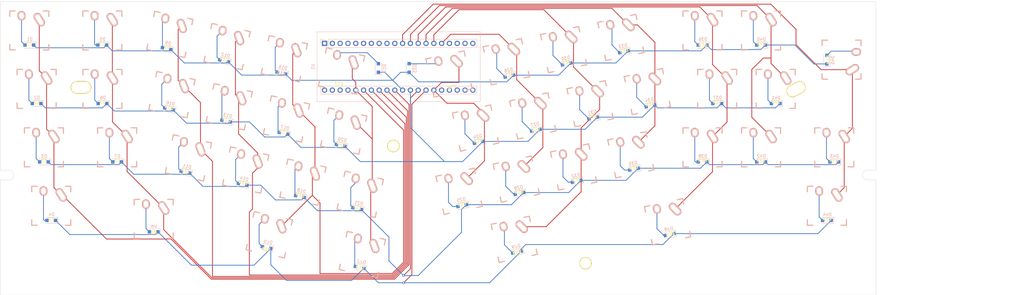
<source format=kicad_pcb>
(kicad_pcb (version 20211014) (generator pcbnew)
  (layers (0 "F.Cu" signal) (31 "B.Cu" signal) (34 "B.Paste" user) (35 "F.Paste" user) (36 "B.SilkS" user "B.Silkscreen") (37 "F.SilkS" user "F.Silkscreen") (38 "B.Mask" user) (39 "F.Mask" user) (44 "Edge.Cuts" user))
  (net 0 "")
  (net 1 "/col 0")
  (net 2 "/col 1")
  (net 3 "/col 2")
  (net 4 "/col 3")
  (net 5 "/col 4")
  (net 6 "/col 5")
  (net 7 "/col 6")
  (net 8 "/col 7")
  (net 9 "/col 8")
  (net 10 "/col 9")
  (net 11 "/col 10")
  (net 12 "/col 11")
  (net 13 "/row 0")
  (net 14 "/row 1")
  (net 15 "/row 2")
  (net 16 "/row 3")
  (net 17 "Net-(D1-Pad2)")
  (net 18 "Net-(D2-Pad2)")
  (net 19 "Net-(D3-Pad2)")
  (net 20 "Net-(D4-Pad2)")
  (net 21 "Net-(D5-Pad2)")
  (net 22 "Net-(D6-Pad2)")
  (net 23 "Net-(D7-Pad2)")
  (net 24 "Net-(D8-Pad2)")
  (net 25 "Net-(D9-Pad2)")
  (net 26 "Net-(D10-Pad2)")
  (net 27 "Net-(D11-Pad2)")
  (net 28 "Net-(D12-Pad2)")
  (net 29 "Net-(D13-Pad2)")
  (net 30 "Net-(D14-Pad2)")
  (net 31 "Net-(D15-Pad2)")
  (net 32 "Net-(D16-Pad2)")
  (net 33 "Net-(D17-Pad2)")
  (net 34 "Net-(D18-Pad2)")
  (net 35 "Net-(D19-Pad2)")
  (net 36 "Net-(D20-Pad2)")
  (net 37 "Net-(D21-Pad2)")
  (net 38 "Net-(D22-Pad2)")
  (net 39 "Net-(D23-Pad2)")
  (net 40 "Net-(D24-Pad2)")
  (net 41 "Net-(D25-Pad2)")
  (net 42 "Net-(D26-Pad2)")
  (net 43 "Net-(D27-Pad2)")
  (net 44 "Net-(D28-Pad2)")
  (net 45 "Net-(D29-Pad2)")
  (net 46 "Net-(D30-Pad2)")
  (net 47 "Net-(D31-Pad2)")
  (net 48 "Net-(D32-Pad2)")
  (net 49 "Net-(D33-Pad2)")
  (net 50 "Net-(D34-Pad2)")
  (net 51 "Net-(D35-Pad2)")
  (net 52 "Net-(D36-Pad2)")
  (net 53 "Net-(D37-Pad2)")
  (net 54 "Net-(D38-Pad2)")
  (net 55 "Net-(D39-Pad2)")
  (net 56 "Net-(D40-Pad2)")
  (net 57 "Net-(D41-Pad2)")
  (net 58 "Net-(D42-Pad2)")
  (net 59 "Net-(D43-Pad2)")
  (net 60 "Net-(D44-Pad2)")
  (net 61 "Net-(D45-Pad2)")
  (net 62 "/col 12")
  (footprint "Hasu's footprints:HOLE_M3" (layer "F.Cu") (at 225.91 103.12)
    (fp_text reference "HOLE_M3" hide)
    (fp_text value "VAL**" hide)
  )
  (footprint "Hasu's footprints:HOLE_M3" (layer "F.Cu") (at 61.71 45.82 90)
    (fp_text reference "HOLE_M3" hide)
    (fp_text value "VAL**" hide)
  )
  (footprint "Hasu's footprints:HOLE_M3" (layer "F.Cu") (at 294.40902 46.401931 -62)
    (fp_text reference "HOLE_M3" hide)
    (fp_text value "VAL**" hide)
  )
  (footprint "Hasu's footprints:HOLE_M3" (layer "F.Cu") (at 163.4 64.92)
    (fp_text reference "HOLE_M3" hide)
    (fp_text value "VAL**" hide)
  )
  (footprint "keebs-pretty:Mx_Alps_100" (layer "B.Cu") (at 115.307776 72.758575 168)
    (fp_text reference "K14")
    (fp_text value "KEYSW" hide)
  )
  (footprint "Diode_SMD:D_SOD-123F" (layer "B.Cu") (at 228.366969 55.812753 -168)
    (fp_text reference "D31")
    (fp_text value "D")
  )
  (footprint "keebs-pretty:Mx_Alps_100" (layer "B.Cu") (at 246.010501 47.193607 -168)
    (fp_text reference "K34")
    (fp_text value "KEYSW" hide)
  )
  (footprint "keebs-pretty:Mx_Alps_100" (layer "B.Cu") (at 109.951638 52.144503 168)
    (fp_text reference "K13")
    (fp_text value "KEYSW" hide)
  )
  (footprint "Diode_SMD:D_SOD-123F" (layer "B.Cu") (at 287.77875 51.07 180)
    (fp_text reference "D41")
    (fp_text value "D")
  )
  (footprint "keebs-pretty:Mx_Alps_100" (layer "B.Cu") (at 133.941488 76.719293 168)
    (fp_text reference "K18")
    (fp_text value "KEYSW" hide)
  )
  (footprint "keebs-pretty:Mx_Alps_100" (layer "B.Cu") (at 227.37679 51.154326 -168)
    (fp_text reference "K31")
    (fp_text value "KEYSW" hide)
  )
  (footprint "Diode_SMD:D_SOD-123F" (layer "B.Cu") (at 283.01625 32.02 180)
    (fp_text reference "D40")
    (fp_text value "D")
  )
  (footprint "keebs-pretty:Mx_Alps_100" (layer "B.Cu") (at 190.109366 59.07576 -168)
    (fp_text reference "K24")
    (fp_text value "KEYSW" hide)
  )
  (footprint "Diode_SMD:D_SOD-123F" (layer "B.Cu") (at 90.327747 52.842215 168)
    (fp_text reference "D10")
    (fp_text value "D")
  )
  (footprint "Diode_SMD:D_SOD-123F" (layer "B.Cu") (at 52.035 89.17 180)
    (fp_text reference "D4")
    (fp_text value "D")
  )
  (footprint "keebs-pretty:Mx_Alps_100" (layer "B.Cu") (at 128.58535 56.105223 168)
    (fp_text reference "K17")
    (fp_text value "KEYSW" hide)
  )
  (footprint "keebs-pretty:Mx_Alps_100" (layer "B.Cu") (at 184.753228 79.689831 -168)
    (fp_text reference "K25")
    (fp_text value "KEYSW" hide)
  )
  (footprint "keebs-pretty:Mx_Alps_100" (layer "B.Cu") (at 200.123932 37.47151 -168)
    (fp_text reference "K26")
    (fp_text value "KEYSW" hide)
  )
  (footprint "Diode_SMD:D_SOD-123F" (layer "B.Cu") (at 85.3725 92.905505 180)
    (fp_text reference "D8")
    (fp_text value "D")
  )
  (footprint "keebs-pretty:Mx_Alps_100" (layer "B.Cu") (at 268.72875 46.3075 180)
    (fp_text reference "K37")
    (fp_text value "KEYSW" hide)
  )
  (footprint "Diode_SMD:D_SOD-123F" (layer "B.Cu") (at 283.01625 70.12 180)
    (fp_text reference "D42")
    (fp_text value "D")
  )
  (footprint "keebs-pretty:Mx_Alps_100" (layer "B.Cu") (at 153.272911 100.303901 168)
    (fp_text reference "K22")
    (fp_text value "KEYSW" hide)
  )
  (footprint "keebs-pretty:Mx_Alps_100" (layer "B.Cu") (at 152.5752 80.680011 168)
    (fp_text reference "K21")
    (fp_text value "KEYSW" hide)
  )
  (footprint "Diode_SMD:D_SOD-123F" (layer "B.Cu") (at 126.89746 41.139759 168)
    (fp_text reference "D16")
    (fp_text value "D")
  )
  (footprint "keebs-pretty:Mx_Alps_125" (layer "B.Cu") (at 47.2725 46.3075 180)
    (fp_text reference "K2")
    (fp_text value "KEYSW" hide)
  )
  (footprint "Diode_SMD:D_SOD-123F" (layer "B.Cu") (at 127.595171 60.76365 168)
    (fp_text reference "D17")
    (fp_text value "D")
  )
  (footprint "Diode_SMD:D_SOD-123F" (layer "B.Cu") (at 68.70375 51.07 180)
    (fp_text reference "D6")
    (fp_text value "D")
  )
  (footprint "Diode_SMD:D_SOD-123F" (layer "B.Cu") (at 306.82875 70.12 180)
    (fp_text reference "D43")
    (fp_text value "D")
  )
  (footprint "Diode_SMD:D_SOD-123F" (layer "B.Cu") (at 185.743407 84.348259 -168)
    (fp_text reference "D25")
    (fp_text value "D")
  )
  (footprint "keebs-pretty:Mx_Alps_100" (layer "B.Cu") (at 68.70375 46.3075 180)
    (fp_text reference "K6")
    (fp_text value "KEYSW" hide)
  )
  (footprint "Diode_SMD:D_SOD-123F" (layer "B.Cu") (at 263.96625 70.12 180)
    (fp_text reference "D38")
    (fp_text value "D")
  )
  (footprint "Diode_SMD:D_SOD-123F" (layer "B.Cu") (at 49.65375 70.12 180)
    (fp_text reference "D3")
    (fp_text value "D")
  )
  (footprint "Diode_SMD:D_SOD-123F" (layer "B.Cu") (at 263.96625 32.02 180)
    (fp_text reference "D36")
    (fp_text value "D")
  )
  (footprint "Diode_SMD:D_SOD-123F" (layer "B.Cu") (at 73.46625 70.12 180)
    (fp_text reference "D7")
    (fp_text value "D")
  )
  (footprint "keebs-pretty:Mx_Alps_100" (layer "B.Cu") (at 263.96625 65.3575 180)
    (fp_text reference "K38")
    (fp_text value "KEYSW" hide)
  )
  (footprint "Diode_SMD:D_SOD-123F" (layer "B.Cu") (at 146.228884 64.724367 168)
    (fp_text reference "D20")
    (fp_text value "D")
  )
  (footprint "keebs-pretty:Mx_Alps_100" (layer "B.Cu") (at 44.89125 27.2575 180)
    (fp_text reference "K1")
    (fp_text value "KEYSW" hide)
  )
  (footprint "keebs-pretty:Mx_Alps_100" (layer "B.Cu") (at 73.46625 65.3575 180)
    (fp_text reference "K7")
    (fp_text value "KEYSW" hide)
  )
  (footprint "keebs-pretty:Mx_Alps_100" (layer "B.Cu") (at 96.674064 68.797857 168)
    (fp_text reference "K11")
    (fp_text value "KEYSW" hide)
  )
  (footprint "keebs-pretty:Mx_Alps_100" (layer "B.Cu") (at 203.38694 75.729114 -168)
    (fp_text reference "K28")
    (fp_text value "KEYSW" hide)
  )
  (footprint "keebs-pretty:Mx_Alps_125" (layer "B.Cu") (at 85.3725 88.676736 180)
    (fp_text reference "K8")
    (fp_text value "KEYSW" hide)
  )
  (footprint "keebs-pretty:Mx_Alps_100" (layer "B.Cu") (at 287.77875 46.3075 180)
    (fp_text reference "K41")
    (fp_text value "KEYSW" hide)
  )
  (footprint "keebs-pretty:Mx_Alps_225" (layer "B.Cu") (at 122.993128 93.867735 168)
    (fp_text reference "K15")
    (fp_text value "KEYSW" hide)
  )
  (footprint "keebs-pretty:Mx_Alps_100" (layer "B.Cu") (at 90.620216 28.559895 168)
    (fp_text reference "K9")
    (fp_text value "KEYSW" hide)
  )
  (footprint "Diode_SMD:D_SOD-123F" (layer "B.Cu") (at 204.377119 80.387541 -168)
    (fp_text reference "D28")
    (fp_text value "D")
  )
  (footprint "Diode_SMD:D_SOD-123F" (layer "B.Cu") (at 168.5 39.5 90)
    (fp_text reference "D23")
    (fp_text value "D")
  )
  (footprint "Diode_SMD:D_SOD-123F" (layer "B.Cu") (at 95.683885 73.456285 168)
    (fp_text reference "D11")
    (fp_text value "D")
  )
  (footprint "Diode_SMD:D_SOD-123F" (layer "B.Cu") (at 108.929337 56.796105 168)
    (fp_text reference "D13")
    (fp_text value "D")
  )
  (footprint "keebs-pretty:Mx_Alps_125" (layer "B.Cu") (at 304.4475 84.4075 180)
    (fp_text reference "K45")
    (fp_text value "KEYSW" hide)
  )
  (footprint "Diode_SMD:D_SOD-123F" (layer "B.Cu") (at 209.733257 59.77347 -168)
    (fp_text reference "D27")
    (fp_text value "D")
  )
  (footprint "keebs-pretty:Mx_Alps_100" (layer "B.Cu") (at 283.01625 65.3575 180)
    (fp_text reference "K42")
    (fp_text value "KEYSW" hide)
  )
  (footprint "keebs-pretty:Mx_Alps_100" (layer "B.Cu") (at 240.654363 67.807678 -168)
    (fp_text reference "K35")
    (fp_text value "KEYSW" hide)
  )
  (footprint "Diode_SMD:D_SOD-123F" (layer "B.Cu") (at 241.644543 72.466106 -168)
    (fp_text reference "D35")
    (fp_text value "D")
  )
  (footprint "Diode_SMD:D_SOD-123F" (layer "B.Cu") (at 268.72875 51.07 180)
    (fp_text reference "D37")
    (fp_text value "D")
  )
  (footprint "Diode_SMD:D_SOD-123F" (layer "B.Cu") (at 304.4475 36.7825 90)
    (fp_text reference "D45")
    (fp_text value "D")
  )
  (footprint "Diode_SMD:D_SOD-123F" (layer "B.Cu") (at 304.4475 89.17 180)
    (fp_text reference "D44")
    (fp_text value "D")
  )
  (footprint "keebs-pretty:Mx_Alps_125" (layer "B.Cu") (at 52.035 84.4075 180)
    (fp_text reference "K4")
    (fp_text value "KEYSW" hide)
  )
  (footprint "keebs-pretty:Mx_Alps_150" (layer "B.Cu") (at 306.82875 65.3575 180)
    (fp_text reference "K44")
    (fp_text value "KEYSW" hide)
  )
  (footprint "keebs-pretty:Mx_Alps_125" (layer "B.Cu") (at 252.592902 89.614548 -168)
    (fp_text reference "K39")
    (fp_text value "KEYSW" hide)
  )
  (footprint "Diode_SMD:D_SOD-123F" (layer "B.Cu") (at 108.263748 37.179041 168)
    (fp_text reference "D12")
    (fp_text value "D")
  )
  (footprint "Diode_SMD:D_SOD-123F" (layer "B.Cu") (at 203.576854 99.528947 -168)
    (fp_text reference "D29")
    (fp_text value "D")
  )
  (footprint "keebs-pretty:Mx_Alps_100" (layer "B.Cu") (at 127.88764 36.481331 168)
    (fp_text reference "K16")
    (fp_text value "KEYSW" hide)
  )
  (footprint "keebs-pretty:Mx_Alps_100" (layer "B.Cu") (at 263.96625 27.2575 180)
    (fp_text reference "K36")
    (fp_text value "KEYSW" hide)
  )
  (footprint "keebs-pretty:Mx_Alps_100" (layer "B.Cu") (at 218.757644 33.510793 -168)
    (fp_text reference "K30")
    (fp_text value "KEYSW" hide)
  )
  (footprint "keebs-pretty:Mx_Alps_275" (layer "B.Cu") (at 202.689229 95.353004 -168)
    (fp_text reference "K29")
    (fp_text value "KEYSW" hide)
  )
  (footprint "Diode_SMD:D_SOD-123F" (layer "B.Cu") (at 47.2725 51.07 180)
    (fp_text reference "D2")
    (fp_text value "D")
  )
  (footprint "Diode_SMD:D_SOD-123F" (layer "B.Cu") (at 223.010831 76.426824 -168)
    (fp_text reference "D32")
    (fp_text value "D")
  )
  (footprint "keebs-pretty:Mx_Alps_100" (layer "B.Cu") (at 237.391356 29.550075 -168)
    (fp_text reference "K33")
    (fp_text value "KEYSW" hide)
  )
  (footprint "keebs-pretty:Mx_Alps_100" (layer "B.Cu") (at 283.01625 27.2575 180)
    (fp_text reference "K40")
    (fp_text value "KEYSW" hide)
  )
  (footprint "Diode_SMD:D_SOD-123F" (layer "B.Cu") (at 152.385286 104.479845 168)
    (fp_text reference "D22")
    (fp_text value "D")
  )
  (footprint "Diode_SMD:D_SOD-123F" (layer "B.Cu") (at 191.099546 63.734189 -168)
    (fp_text reference "D24")
    (fp_text value "D")
  )
  (footprint "Diode_SMD:D_SOD-123F" (layer "B.Cu") (at 132.951308 81.377721 168)
    (fp_text reference "D18")
    (fp_text value "D")
  )
  (footprint "keebs-pretty:Mx_Alps_100" (layer "B.Cu") (at 222.020651 71.768395 -168)
    (fp_text reference "K32")
    (fp_text value "KEYSW" hide)
  )
  (footprint "Diode_SMD:D_SOD-123F" (layer "B.Cu") (at 89.586821 33.209138 168)
    (fp_text reference "D9")
    (fp_text value "D")
  )
  (footprint "Diode_SMD:D_SOD-123F" (layer "B.Cu") (at 158.5 39.5 90)
    (fp_text reference "D19")
    (fp_text value "D")
  )
  (footprint "Diode_SMD:D_SOD-123F" (layer "B.Cu") (at 219.747823 38.169221 -168)
    (fp_text reference "D30")
    (fp_text value "D")
  )
  (footprint "Diode_SMD:D_SOD-123F" (layer "B.Cu") (at 247.000681 51.852035 -168)
    (fp_text reference "D34")
    (fp_text value "D")
  )
  (footprint "Diode_SMD:D_SOD-123F" (layer "B.Cu") (at 122.105505 98.043679 168)
    (fp_text reference "D15")
    (fp_text value "D")
  )
  (footprint "keebs-pretty:Mx_Alps_100" (layer "B.Cu") (at 146.521351 40.442049 168)
    (fp_text reference "K19")
    (fp_text value "KEYSW" hide)
  )
  (footprint "Diode_SMD:D_SOD-123F" (layer "B.Cu") (at 44.89125 32.02 180)
    (fp_text reference "D1")
    (fp_text value "D")
  )
  (footprint "keebs-pretty:Mx_Alps_100" (layer "B.Cu") (at 68.662462 27.2575 180)
    (fp_text reference "K5")
    (fp_text value "KEYSW" hide)
  )
  (footprint "Diode_SMD:D_SOD-123F" (layer "B.Cu") (at 114.317597 77.417004 168)
    (fp_text reference "D14")
    (fp_text value "D")
  )
  (footprint "Diode_SMD:D_SOD-123F" (layer "B.Cu") (at 68.611106 32.02 180)
    (fp_text reference "D5")
    (fp_text value "D")
  )
  (footprint "keebs-pretty:Mx_Alps_100" (layer "B.Cu") (at 147.219062 60.06594 168)
    (fp_text reference "K20")
    (fp_text value "KEYSW" hide)
  )
  (footprint "keebs-pretty:Mx_Alps_100" (layer "B.Cu") (at 181.49022 41.432228 -168)
    (fp_text reference "K23")
    (fp_text value "KEYSW" hide)
  )
  (footprint "Diode_SMD:D_SOD-123F" (layer "B.Cu") (at 151.585021 85.338439 168)
    (fp_text reference "D21")
    (fp_text value "D")
  )
  (footprint "Diode_SMD:D_SOD-123F" (layer "B.Cu") (at 201.114112 42.129938 -168)
    (fp_text reference "D26")
    (fp_text value "D")
  )
  (footprint "Diode_SMD:D_SOD-123F" (layer "B.Cu") (at 238.381535 34.208503 -168)
    (fp_text reference "D33")
    (fp_text value "D")
  )
  (footprint "keebs-pretty:Mx_Alps_150" (layer "B.Cu") (at 49.65375 65.3575 180)
    (fp_text reference "K3")
    (fp_text value "KEYSW" hide)
  )
  (footprint "keebs-pretty:Mx_Alps_200" (layer "B.Cu") (at 309.21 36.7825 90)
    (fp_text reference "K43")
    (fp_text value "KEYSW" hide)
  )
  (footprint "keebs-pretty:Mx_Alps_100" (layer "B.Cu") (at 91.317926 48.183787 168)
    (fp_text reference "K10")
    (fp_text value "KEYSW" hide)
  )
  (footprint "blackpill:YAAJ_WeAct_BlackPill_2" (layer "B.Cu") (at 140.97 31.48 -90)
    (fp_text reference "U1")
    (fp_text value "YAAJ_WeAct_BlackPill_Part_Like" hide)
  )
  (footprint "keebs-pretty:Mx_Alps_100" (layer "B.Cu") (at 208.743078 55.115043 -168)
    (fp_text reference "K27")
    (fp_text value "KEYSW" hide)
  )
  (footprint "Diode_SMD:D_SOD-123F" (layer "B.Cu") (at 253.2618 93.789417 -168)
    (fp_text reference "D39")
    (fp_text value "D")
  )
  (footprint "keebs-pretty:Mx_Alps_100" (layer "B.Cu") (at 109.253928 32.520613 168)
    (fp_text reference "K12")
    (fp_text value "KEYSW" hide)
  )
  (gr_line (start 320.41 113.52) (end 320.41 76.01) (layer "Edge.Cuts") (width 0.1))
  (gr_line (start 38.21 72.82) (end 35.41 72.82) (layer "Edge.Cuts") (width 0.1))
  (gr_line (start 368.55335 22.485001) (end 368.55335 22.485001) (layer "Edge.Cuts") (width 0.1))
  (gr_line (start 35.41 17.92) (end 320.41 17.92) (layer "Edge.Cuts") (width 0.1))
  (gr_arc (start 38.21 72.82) (mid 39.81 74.42) (end 38.21 76.02) (layer "Edge.Cuts") (width 0.1))
  (gr_line (start 320.41 76.01) (end 317.61 76.01) (layer "Edge.Cuts") (width 0.1))
  (gr_line (start 320.41 17.92) (end 320.41 72.81) (layer "Edge.Cuts") (width 0.1))
  (gr_line (start 35.41 76.02) (end 35.41 113.52) (layer "Edge.Cuts") (width 0.1))
  (gr_line (start 38.21 76.02) (end 35.41 76.02) (layer "Edge.Cuts") (width 0.1))
  (gr_line (start 320.41 72.81) (end 317.61 72.81) (layer "Edge.Cuts") (width 0.1))
  (gr_arc (start 317.61 76.01) (mid 316.01 74.41) (end 317.61 72.81) (layer "Edge.Cuts") (width 0.1))
  (gr_line (start 320.41 113.52) (end 35.41 113.52) (layer "Edge.Cuts") (width 0.1))
  (gr_line (start 35.41 72.82) (end 35.41 17.92) (layer "Edge.Cuts") (width 0.1))
  (segment (start 104.127208 108.35) (end 163.695584 108.35) (width 0.25) (layer "F.Cu") (net 1))
  (segment (start 52.90875 61.8375) (end 52.90875 78.50625) (width 0.25) (layer "F.Cu") (net 1))
  (segment (start 50.5275 42.7875) (end 48.14625 40.40625) (width 0.25) (layer "F.Cu") (net 1))
  (segment (start 168.4875 103.558084) (end 168.4875 51.3775) (width 0.25) (layer "F.Cu") (net 1))
  (segment (start 52.90875 78.50625) (end 55.29 80.8875) (width 0.25) (layer "F.Cu") (net 1))
  (segment (start 50.5275 59.45625) (end 52.90875 61.8375) (width 0.25) (layer "F.Cu") (net 1))
  (segment (start 50.5275 42.7875) (end 50.5275 59.45625) (width 0.25) (layer "F.Cu") (net 1))
  (segment (start 163.695584 108.35) (end 168.4875 103.558084) (width 0.25) (layer "F.Cu") (net 1))
  (segment (start 55.29 80.8875) (end 55.634353 80.8875) (width 0.25) (layer "F.Cu") (net 1))
  (segment (start 168.4875 51.3775) (end 163.83 46.72) (width 0.25) (layer "F.Cu") (net 1))
  (segment (start 48.14625 40.40625) (end 48.14625 23.7375) (width 0.25) (layer "F.Cu") (net 1))
  (segment (start 55.634353 80.8875) (end 69.996853 95.25) (width 0.25) (layer "F.Cu") (net 1))
  (segment (start 91.027208 95.25) (end 104.127208 108.35) (width 0.25) (layer "F.Cu") (net 1))
  (segment (start 69.996853 95.25) (end 91.027208 95.25) (width 0.25) (layer "F.Cu") (net 1))
  (segment (start 88.6275 92.213896) (end 88.6275 85.156736) (width 0.25) (layer "F.Cu") (net 2))
  (segment (start 71.95875 42.7875) (end 71.95875 57.075) (width 0.25) (layer "F.Cu") (net 2))
  (segment (start 76.72125 61.8375) (end 76.72125 73.250486) (width 0.25) (layer "F.Cu") (net 2))
  (segment (start 163.509188 107.9) (end 104.313604 107.9) (width 0.25) (layer "F.Cu") (net 2))
  (segment (start 168.0375 103.371688) (end 163.509188 107.9) (width 0.25) (layer "F.Cu") (net 2))
  (segment (start 161.29 46.72) (end 168.0375 53.4675) (width 0.25) (layer "F.Cu") (net 2))
  (segment (start 71.917462 42.746212) (end 71.95875 42.7875) (width 0.25) (layer "F.Cu") (net 2))
  (segment (start 76.72125 73.250486) (end 88.6275 85.156736) (width 0.25) (layer "F.Cu") (net 2))
  (segment (start 104.313604 107.9) (end 88.6275 92.213896) (width 0.25) (layer "F.Cu") (net 2))
  (segment (start 71.95875 57.075) (end 76.72125 61.8375) (width 0.25) (layer "F.Cu") (net 2))
  (segment (start 168.0375 53.4675) (end 168.0375 103.371688) (width 0.25) (layer "F.Cu") (net 2))
  (segment (start 161.72 46.72) (end 161.29 46.72) (width 0.25) (layer "F.Cu") (net 2))
  (segment (start 71.917462 23.7375) (end 71.917462 42.746212) (width 0.25) (layer "F.Cu") (net 2))
  (segment (start 104.5 107.45) (end 163.322792 107.45) (width 0.25) (layer "F.Cu") (net 3))
  (segment (start 95.233646 45.41746) (end 100.589784 50.773598) (width 0.25) (layer "F.Cu") (net 3))
  (segment (start 94.535936 25.793568) (end 93.347736 26.981768) (width 0.25) (layer "F.Cu") (net 3))
  (segment (start 100.589784 66.03153) (end 104.5 69.941746) (width 0.25) (layer "F.Cu") (net 3))
  (segment (start 167.5875 103.185292) (end 167.5875 55.5575) (width 0.25) (layer "F.Cu") (net 3))
  (segment (start 167.5875 55.5575) (end 158.75 46.72) (width 0.25) (layer "F.Cu") (net 3))
  (segment (start 163.322792 107.45) (end 167.5875 103.185292) (width 0.25) (layer "F.Cu") (net 3))
  (segment (start 100.589784 50.773598) (end 100.589784 66.03153) (width 0.25) (layer "F.Cu") (net 3))
  (segment (start 104.5 69.941746) (end 104.5 107.45) (width 0.25) (layer "F.Cu") (net 3))
  (segment (start 93.347736 26.981768) (end 93.347736 43.53155) (width 0.25) (layer "F.Cu") (net 3))
  (segment (start 93.347736 43.53155) (end 95.233646 45.41746) (width 0.25) (layer "F.Cu") (net 3))
  (segment (start 167.1375 102.998896) (end 167.1375 57.6475) (width 0.25) (layer "F.Cu") (net 4))
  (segment (start 167.1375 57.6475) (end 156.21 46.72) (width 0.25) (layer "F.Cu") (net 4))
  (segment (start 113 61) (end 113 50.245534) (width 0.25) (layer "F.Cu") (net 4))
  (segment (start 111.981448 30.942486) (end 113.169648 29.754286) (width 0.25) (layer "F.Cu") (net 4))
  (segment (start 163.136396 107) (end 167.1375 102.998896) (width 0.25) (layer "F.Cu") (net 4))
  (segment (start 117.5 73.831268) (end 117.5 85.5) (width 0.25) (layer "F.Cu") (net 4))
  (segment (start 111.981448 48.152039) (end 111.981448 30.942486) (width 0.25) (layer "F.Cu") (net 4))
  (segment (start 116.5 86.5) (end 116.5 107) (width 0.25) (layer "F.Cu") (net 4))
  (segment (start 113 50.245534) (end 113.867358 49.378176) (width 0.25) (layer "F.Cu") (net 4))
  (segment (start 113.207585 49.378176) (end 111.981448 48.152039) (width 0.25) (layer "F.Cu") (net 4))
  (segment (start 116.5 107) (end 163.136396 107) (width 0.25) (layer "F.Cu") (net 4))
  (segment (start 119.223496 69.992248) (end 119.223496 67.223496) (width 0.25) (layer "F.Cu") (net 4))
  (segment (start 119.223496 69.992248) (end 119.223496 72.107772) (width 0.25) (layer "F.Cu") (net 4))
  (segment (start 119.223496 72.107772) (end 117.5 73.831268) (width 0.25) (layer "F.Cu") (net 4))
  (segment (start 119.223496 67.223496) (end 113 61) (width 0.25) (layer "F.Cu") (net 4))
  (segment (start 117.5 85.5) (end 116.5 86.5) (width 0.25) (layer "F.Cu") (net 4))
  (segment (start 113.867358 49.378176) (end 113.207585 49.378176) (width 0.25) (layer "F.Cu") (net 4))
  (segment (start 137.857208 58.695034) (end 132.50107 53.338896) (width 0.25) (layer "F.Cu") (net 5))
  (segment (start 137 81.010256) (end 137 74.810174) (width 0.25) (layer "F.Cu") (net 5))
  (segment (start 163 106.5) (end 166.6875 102.8125) (width 0.25) (layer "F.Cu") (net 5))
  (segment (start 137 74.810174) (end 137.857208 73.952966) (width 0.25) (layer "F.Cu") (net 5))
  (segment (start 137 81.010256) (end 139.5 83.510256) (width 0.25) (layer "F.Cu") (net 5))
  (segment (start 166.6875 59.7375) (end 153.67 46.72) (width 0.25) (layer "F.Cu") (net 5))
  (segment (start 166.6875 102.8125) (end 166.6875 59.7375) (width 0.25) (layer "F.Cu") (net 5))
  (segment (start 139.5 106.5) (end 163 106.5) (width 0.25) (layer "F.Cu") (net 5))
  (segment (start 130.61516 34.903204) (end 131.80336 33.715004) (width 0.25) (layer "F.Cu") (net 5))
  (segment (start 139.5 83.510256) (end 139.5 106.5) (width 0.25) (layer "F.Cu") (net 5))
  (segment (start 132.50107 53.338896) (end 130.61516 51.452986) (width 0.25) (layer "F.Cu") (net 5))
  (segment (start 126.908848 91.101408) (end 137 81.010256) (width 0.25) (layer "F.Cu") (net 5))
  (segment (start 137.857208 73.952966) (end 137.857208 58.695034) (width 0.25) (layer "F.Cu") (net 5))
  (segment (start 130.61516 51.452986) (end 130.61516 34.903204) (width 0.25) (layer "F.Cu") (net 5))
  (segment (start 156 78.404604) (end 156.49092 77.913684) (width 0.25) (layer "F.Cu") (net 6))
  (segment (start 156 96.348943) (end 156 78.404604) (width 0.25) (layer "F.Cu") (net 6))
  (segment (start 151.134782 57.299613) (end 156.49092 62.655751) (width 0.25) (layer "F.Cu") (net 6))
  (segment (start 150.437071 37.675722) (end 150 38.112793) (width 0.25) (layer "F.Cu") (net 6))
  (segment (start 156.49092 52.08092) (end 151.13 46.72) (width 0.25) (layer "F.Cu") (net 6))
  (segment (start 151.13 57.294831) (end 151.134782 57.299613) (width 0.25) (layer "F.Cu") (net 6))
  (segment (start 157.188631 97.537574) (end 156 96.348943) (width 0.25) (layer "F.Cu") (net 6))
  (segment (start 150 43) (end 151.13 44.13) (width 0.25) (layer "F.Cu") (net 6))
  (segment (start 150 38.112793) (end 150 43) (width 0.25) (layer "F.Cu") (net 6))
  (segment (start 151.13 44.13) (end 151.13 46.72) (width 0.25) (layer "F.Cu") (net 6))
  (segment (start 156.49092 62.655751) (end 156.49092 77.913684) (width 0.25) (layer "F.Cu") (net 6))
  (segment (start 156.49092 62.655751) (end 156.49092 52.08092) (width 0.25) (layer "F.Cu") (net 6))
  (segment (start 180.81 51) (end 189.5 51) (width 0.25) (layer "F.Cu") (net 7))
  (segment (start 176.53 46.72) (end 180.81 51) (width 0.25) (layer "F.Cu") (net 7))
  (segment (start 179.032418 44.217582) (end 176.53 46.72) (width 0.25) (layer "F.Cu") (net 7))
  (segment (start 193 69.775248) (end 193 55.394541) (width 0.25) (layer "F.Cu") (net 7))
  (segment (start 184.698022 38.068177) (end 184.698022 44.217582) (width 0.25) (layer "F.Cu") (net 7))
  (segment (start 193 55.394541) (end 192.561387 54.955928) (width 0.25) (layer "F.Cu") (net 7))
  (segment (start 189.5 51) (end 191.5 53) (width 0.25) (layer "F.Cu") (net 7))
  (segment (start 183.942241 37.312396) (end 184.698022 38.068177) (width 0.25) (layer "F.Cu") (net 7))
  (segment (start 187.205249 75.569999) (end 193 69.775248) (width 0.25) (layer "F.Cu") (net 7))
  (segment (start 184.698022 44.217582) (end 179.032418 44.217582) (width 0.25) (layer "F.Cu") (net 7))
  (segment (start 212 65.448243) (end 205.838961 71.609282) (width 0.25) (layer "F.Cu") (net 8))
  (segment (start 203.5 34.275725) (end 203.5 43.300112) (width 0.25) (layer "F.Cu") (net 8))
  (segment (start 202.575953 33.351678) (end 197.724275 28.5) (width 0.25) (layer "F.Cu") (net 8))
  (segment (start 197.724275 28.5) (end 182.05 28.5) (width 0.25) (layer "F.Cu") (net 8))
  (segment (start 202.575953 33.351678) (end 203.5 34.275725) (width 0.25) (layer "F.Cu") (net 8))
  (segment (start 211.195099 50.995211) (end 212 51.800112) (width 0.25) (layer "F.Cu") (net 8))
  (segment (start 212 51.800112) (end 212 65.448243) (width 0.25) (layer "F.Cu") (net 8))
  (segment (start 203.5 43.300112) (end 211.195099 50.995211) (width 0.25) (layer "F.Cu") (net 8))
  (segment (start 182.05 28.5) (end 179.07 31.48) (width 0.25) (layer "F.Cu") (net 8))
  (segment (start 224.472672 67.648563) (end 224.472672 79.851198) (width 0.25) (layer "F.Cu") (net 9))
  (segment (start 213.090698 91.233172) (end 205.14125 91.233172) (width 0.25) (layer "F.Cu") (net 9))
  (segment (start 222 39.205683) (end 222 30.181296) (width 0.25) (layer "F.Cu") (net 9))
  (segment (start 212.318704 20.5) (end 184.735 20.5) (width 0.25) (layer "F.Cu") (net 9))
  (segment (start 229.828811 47.034494) (end 222 39.205683) (width 0.25) (layer "F.Cu") (net 9))
  (segment (start 230.5 47.705683) (end 229.828811 47.034494) (width 0.25) (layer "F.Cu") (net 9))
  (segment (start 222 30.181296) (end 221.209665 29.390961) (width 0.25) (layer "F.Cu") (net 9))
  (segment (start 176.53 28.705) (end 176.53 31.48) (width 0.25) (layer "F.Cu") (net 9))
  (segment (start 224.472672 59.027328) (end 230.5 53) (width 0.25) (layer "F.Cu") (net 9))
  (segment (start 224.472672 67.648563) (end 224.472672 59.027328) (width 0.25) (layer "F.Cu") (net 9))
  (segment (start 230.5 53) (end 230.5 47.705683) (width 0.25) (layer "F.Cu") (net 9))
  (segment (start 184.735 20.5) (end 176.53 28.705) (width 0.25) (layer "F.Cu") (net 9))
  (segment (start 221.209665 29.390961) (end 212.318704 20.5) (width 0.25) (layer "F.Cu") (net 9))
  (segment (start 224.472672 79.851198) (end 213.090698 91.233172) (width 0.25) (layer "F.Cu") (net 9))
  (segment (start 248.462522 43.073775) (end 248.462522 31.128689) (width 0.25) (layer "F.Cu") (net 10))
  (segment (start 173.99 28.6175) (end 173.99 31.48) (width 0.25) (layer "F.Cu") (net 10))
  (segment (start 248.462522 58.331708) (end 248.462522 43.073775) (width 0.25) (layer "F.Cu") (net 10))
  (segment (start 242.764076 25.430243) (end 239.843377 25.430243) (width 0.25) (layer "F.Cu") (net 10))
  (segment (start 243.106384 63.687846) (end 248.462522 58.331708) (width 0.25) (layer "F.Cu") (net 10))
  (segment (start 234.463134 20.05) (end 182.5575 20.05) (width 0.25) (layer "F.Cu") (net 10))
  (segment (start 239.843377 25.430243) (end 234.463134 20.05) (width 0.25) (layer "F.Cu") (net 10))
  (segment (start 248.462522 31.128689) (end 242.764076 25.430243) (width 0.25) (layer "F.Cu") (net 10))
  (segment (start 182.5575 20.05) (end 173.99 28.6175) (width 0.25) (layer "F.Cu") (net 10))
  (segment (start 255.044923 85.494716) (end 267.22125 73.318389) (width 0.25) (layer "F.Cu") (net 11))
  (segment (start 267.22125 61.8375) (end 271.946382 57.112368) (width 0.25) (layer "F.Cu") (net 11))
  (segment (start 267.22125 38.369353) (end 267.22125 23.7375) (width 0.25) (layer "F.Cu") (net 11))
  (segment (start 271.946382 57.112368) (end 271.946382 42.824868) (width 0.25) (layer "F.Cu") (net 11))
  (segment (start 271.98375 42.7875) (end 271.639397 42.7875) (width 0.25) (layer "F.Cu") (net 11))
  (segment (start 263.08375 19.6) (end 267.22125 23.7375) (width 0.25) (layer "F.Cu") (net 11))
  (segment (start 267.22125 73.318389) (end 267.22125 61.8375) (width 0.25) (layer "F.Cu") (net 11))
  (segment (start 171.45 28.55) (end 180.4 19.6) (width 0.25) (layer "F.Cu") (net 11))
  (segment (start 271.639397 42.7875) (end 267.22125 38.369353) (width 0.25) (layer "F.Cu") (net 11))
  (segment (start 171.45 31.48) (end 171.45 28.55) (width 0.25) (layer "F.Cu") (net 11))
  (segment (start 180.4 19.6) (end 263.08375 19.6) (width 0.25) (layer "F.Cu") (net 11))
  (segment (start 168.91 28.59) (end 168.91 31.48) (width 0.25) (layer "F.Cu") (net 12))
  (segment (start 280 40) (end 283.72875 36.27125) (width 0.25) (layer "F.Cu") (net 12))
  (segment (start 286.27125 36.27125) (end 286.27125 23.7375) (width 0.25) (layer "F.Cu") (net 12))
  (segment (start 286.27125 61.8375) (end 280 55.56625) (width 0.25) (layer "F.Cu") (net 12))
  (segment (start 280 55.56625) (end 280 40) (width 0.25) (layer "F.Cu") (net 12))
  (segment (start 286.27125 38.025) (end 286.27125 36.27125) (width 0.25) (layer "F.Cu") (net 12))
  (segment (start 291.03375 42.7875) (end 286.27125 38.025) (width 0.25) (layer "F.Cu") (net 12))
  (segment (start 283.72875 36.27125) (end 286.27125 36.27125) (width 0.25) (layer "F.Cu") (net 12))
  (segment (start 286.27125 23.7375) (end 281.68375 19.15) (width 0.25) (layer "F.Cu") (net 12))
  (segment (start 178.35 19.15) (end 168.91 28.59) (width 0.25) (layer "F.Cu") (net 12))
  (segment (start 281.68375 19.15) (end 178.35 19.15) (width 0.25) (layer "F.Cu") (net 12))
  (segment (start 235.790224 37.878145) (end 239.750942 33.917427) (width 0.25) (layer "B.Cu") (net 13))
  (segment (start 217.156513 41.838862) (end 221.11723 37.878145) (width 0.25) (layer "B.Cu") (net 13))
  (segment (start 128.266867 41.430835) (end 127.871686 41.826016) (width 0.25) (layer "B.Cu") (net 13))
  (segment (start 90.561047 33.895395) (end 71.886501 33.895395) (width 0.25) (layer "B.Cu") (net 13))
  (segment (start 282.93625 33.5) (end 284.41625 32.02) (width 0.25) (layer "B.Cu") (net 13))
  (segment (start 71.886501 33.895395) (end 70.011106 32.02) (width 0.25) (layer "B.Cu") (net 13))
  (segment (start 239.750942 33.917427) (end 263.468823 33.917427) (width 0.25) (layer "B.Cu") (net 13))
  (segment (start 221.11723 37.878145) (end 235.790224 37.878145) (width 0.25) (layer "B.Cu") (net 13))
  (segment (start 69.136106 32.895) (end 70.011106 32.02) (width 0.25) (layer "B.Cu") (net 13))
  (segment (start 263.468823 33.917427) (end 265.36625 32.02) (width 0.25) (layer "B.Cu") (net 13))
  (segment (start 158.5 40.9) (end 160.55 40.9) (width 0.25) (layer "B.Cu") (net 13))
  (segment (start 163.575 43.925) (end 166.37 46.72) (width 0.25) (layer "B.Cu") (net 13))
  (segment (start 90.956228 33.500214) (end 90.561047 33.895395) (width 0.25) (layer "B.Cu") (net 13))
  (segment (start 46.29125 32.02) (end 47.16625 32.895) (width 0.25) (layer "B.Cu") (net 13))
  (segment (start 294.04 32.02) (end 284.41625 32.02) (width 0.25) (layer "B.Cu") (net 13))
  (segment (start 109.633155 37.470117) (end 109.237974 37.865298) (width 0.25) (layer "B.Cu") (net 13))
  (segment (start 171.6 44) (end 200.322381 44) (width 0.25) (layer "B.Cu") (net 13))
  (segment (start 163.15 43.5) (end 165.75 40.9) (width 0.25) (layer "B.Cu") (net 13))
  (segment (start 128.266867 41.430835) (end 130.336032 43.5) (width 0.25) (layer "B.Cu") (net 13))
  (segment (start 200.322381 44) (end 202.483519 41.838862) (width 0.25) (layer "B.Cu") (net 13))
  (segment (start 304.4475 38.1825) (end 300.2025 38.1825) (width 0.25) (layer "B.Cu") (net 13))
  (segment (start 265.36625 32.02) (end 266.84625 33.5) (width 0.25) (layer "B.Cu") (net 13))
  (segment (start 160.55 40.9) (end 163.575 43.925) (width 0.25) (layer "B.Cu") (net 13))
  (segment (start 95.321312 37.865298) (end 90.956228 33.500214) (width 0.25) (layer "B.Cu") (net 13))
  (segment (start 165.75 40.9) (end 168.5 40.9) (width 0.25) (layer "B.Cu") (net 13))
  (segment (start 266.84625 33.5) (end 282.93625 33.5) (width 0.25) (layer "B.Cu") (net 13))
  (segment (start 47.16625 32.895) (end 69.136106 32.895) (width 0.25) (layer "B.Cu") (net 13))
  (segment (start 113.989054 41.826016) (end 109.633155 37.470117) (width 0.25) (layer "B.Cu") (net 13))
  (segment (start 202.483519 41.838862) (end 217.156513 41.838862) (width 0.25) (layer "B.Cu") (net 13))
  (segment (start 300.2025 38.1825) (end 294.04 32.02) (width 0.25) (layer "B.Cu") (net 13))
  (segment (start 130.336032 43.5) (end 163.15 43.5) (width 0.25) (layer "B.Cu") (net 13))
  (segment (start 109.237974 37.865298) (end 95.321312 37.865298) (width 0.25) (layer "B.Cu") (net 13))
  (segment (start 168.5 40.9) (end 171.6 44) (width 0.25) (layer "B.Cu") (net 13))
  (segment (start 163.15 43.5) (end 163.575 43.925) (width 0.25) (layer "B.Cu") (net 13))
  (segment (start 127.871686 41.826016) (end 113.989054 41.826016) (width 0.25) (layer "B.Cu") (net 13))
  (segment (start 91.301973 53.528472) (end 72.562222 53.528472) (width 0.25) (layer "B.Cu") (net 14))
  (segment (start 271.55875 52.5) (end 287.74875 52.5) (width 0.25) (layer "B.Cu") (net 14))
  (segment (start 48.6725 51.07) (end 50.1025 52.5) (width 0.25) (layer "B.Cu") (net 14))
  (segment (start 168.91 46.72) (end 168.91 58.91) (width 0.25) (layer "B.Cu") (net 14))
  (segment (start 168.91 58.91) (end 180 70) (width 0.25) (layer "B.Cu") (net 14))
  (segment (start 192.468953 63.443113) (end 185.912066 70) (width 0.25) (layer "B.Cu") (net 14))
  (segment (start 244.40937 55.521677) (end 248.370088 51.560959) (width 0.25) (layer "B.Cu") (net 14))
  (segment (start 248.370088 51.560959) (end 249.309129 52.5) (width 0.25) (layer "B.Cu") (net 14))
  (segment (start 50.1025 52.5) (end 68.67375 52.5) (width 0.25) (layer "B.Cu") (net 14))
  (segment (start 152.582848 70) (end 147.598291 65.015443) (width 0.25) (layer "B.Cu") (net 14))
  (segment (start 147.20311 65.410624) (end 133.320476 65.410624) (width 0.25) (layer "B.Cu") (net 14))
  (segment (start 68.67375 52.5) (end 70.10375 51.07) (width 0.25) (layer "B.Cu") (net 14))
  (segment (start 116.587181 57.087181) (end 121.5 62) (width 0.25) (layer "B.Cu") (net 14))
  (segment (start 109.903563 57.482362) (end 96.046225 57.482362) (width 0.25) (layer "B.Cu") (net 14))
  (segment (start 270.12875 51.07) (end 271.55875 52.5) (width 0.25) (layer "B.Cu") (net 14))
  (segment (start 211.102664 59.482394) (end 207.141945 63.443113) (width 0.25) (layer "B.Cu") (net 14))
  (segment (start 110.298744 57.087181) (end 109.903563 57.482362) (width 0.25) (layer "B.Cu") (net 14))
  (segment (start 229.736376 55.521677) (end 244.40937 55.521677) (width 0.25) (layer "B.Cu") (net 14))
  (segment (start 211.102664 59.482394) (end 225.775659 59.482394) (width 0.25) (layer "B.Cu") (net 14))
  (segment (start 72.562222 53.528472) (end 70.10375 51.07) (width 0.25) (layer "B.Cu") (net 14))
  (segment (start 91.697154 53.133291) (end 91.301973 53.528472) (width 0.25) (layer "B.Cu") (net 14))
  (segment (start 147.598291 65.015443) (end 147.20311 65.410624) (width 0.25) (layer "B.Cu") (net 14))
  (segment (start 133.320476 65.410624) (end 128.964578 61.054726) (width 0.25) (layer "B.Cu") (net 14))
  (segment (start 225.775659 59.482394) (end 229.736376 55.521677) (width 0.25) (layer "B.Cu") (net 14))
  (segment (start 96.046225 57.482362) (end 91.697154 53.133291) (width 0.25) (layer "B.Cu") (net 14))
  (segment (start 128.019304 62) (end 128.964578 61.054726) (width 0.25) (layer "B.Cu") (net 14))
  (segment (start 185.912066 70) (end 152.582848 70) (width 0.25) (layer "B.Cu") (net 14))
  (segment (start 249.309129 52.5) (end 268.69875 52.5) (width 0.25) (layer "B.Cu") (net 14))
  (segment (start 287.74875 52.5) (end 289.17875 51.07) (width 0.25) (layer "B.Cu") (net 14))
  (segment (start 268.69875 52.5) (end 270.12875 51.07) (width 0.25) (layer "B.Cu") (net 14))
  (segment (start 207.141945 63.443113) (end 192.468953 63.443113) (width 0.25) (layer "B.Cu") (net 14))
  (segment (start 121.5 62) (end 128.019304 62) (width 0.25) (layer "B.Cu") (net 14))
  (segment (start 110.298744 57.087181) (end 116.587181 57.087181) (width 0.25) (layer "B.Cu") (net 14))
  (segment (start 166.6875 107.15625) (end 168.9375 104.90625) (width 0.25) (layer "F.Cu") (net 15))
  (segment (start 168.9375 49.2325) (end 171.45 46.72) (width 0.25) (layer "F.Cu") (net 15))
  (segment (start 168.9375 104.90625) (end 168.9375 49.2325) (width 0.25) (layer "F.Cu") (net 15))
  (via (at 166.6875 107.15625) (size 0.8) (drill 0.4) (layers "F.Cu" "B.Cu") (net 15))
  (segment (start 283.54125 70.995) (end 266.24125 70.995) (width 0.25) (layer "B.Cu") (net 15))
  (segment (start 73.99125 70.995) (end 51.92875 70.995) (width 0.25) (layer "B.Cu") (net 15))
  (segment (start 97.053292 73.747361) (end 101.409192 78.103261) (width 0.25) (layer "B.Cu") (net 15))
  (segment (start 138.676614 86.024696) (end 134.320715 81.668797) (width 0.25) (layer "B.Cu") (net 15))
  (segment (start 239.053232 76.135748) (end 224.380238 76.135748) (width 0.25) (layer "B.Cu") (net 15))
  (segment (start 115.291823 78.103261) (end 115.687004 77.70808) (width 0.25) (layer "B.Cu") (net 15))
  (segment (start 205.746526 80.096465) (end 201.785808 84.057183) (width 0.25) (layer "B.Cu") (net 15))
  (segment (start 166.6875 107.15625) (end 161.925 102.39375) (width 0.25) (layer "B.Cu") (net 15))
  (segment (start 171.45 107.15625) (end 185.540482 93.065768) (width 0.25) (layer "B.Cu") (net 15))
  (segment (start 96.658111 74.142542) (end 97.053292 73.747361) (width 0.25) (layer "B.Cu") (net 15))
  (segment (start 152.954428 85.629515) (end 152.559247 86.024696) (width 0.25) (layer "B.Cu") (net 15))
  (segment (start 285.29125 70.995) (end 284.41625 70.12) (width 0.25) (layer "B.Cu") (net 15))
  (segment (start 166.6875 107.15625) (end 171.45 107.15625) (width 0.25) (layer "B.Cu") (net 15))
  (segment (start 201.785808 84.057183) (end 187.112814 84.057183) (width 0.25) (layer "B.Cu") (net 15))
  (segment (start 51.92875 70.995) (end 51.05375 70.12) (width 0.25) (layer "B.Cu") (net 15))
  (segment (start 185.540482 93.065768) (end 185.540482 85.629515) (width 0.25) (layer "B.Cu") (net 15))
  (segment (start 220.419521 80.096465) (end 205.746526 80.096465) (width 0.25) (layer "B.Cu") (net 15))
  (segment (start 224.380238 76.135748) (end 220.419521 80.096465) (width 0.25) (layer "B.Cu") (net 15))
  (segment (start 134.320715 81.668797) (end 133.489512 82.5) (width 0.25) (layer "B.Cu") (net 15))
  (segment (start 120.20808 77.70808) (end 115.687004 77.70808) (width 0.25) (layer "B.Cu") (net 15))
  (segment (start 125 82.5) (end 120.20808 77.70808) (width 0.25) (layer "B.Cu") (net 15))
  (segment (start 161.925 94.600087) (end 152.954428 85.629515) (width 0.25) (layer "B.Cu") (net 15))
  (segment (start 101.409192 78.103261) (end 115.291823 78.103261) (width 0.25) (layer "B.Cu") (net 15))
  (segment (start 284.41625 70.12) (end 283.54125 70.995) (width 0.25) (layer "B.Cu") (net 15))
  (segment (start 263.31122 72.17503) (end 243.01395 72.17503) (width 0.25) (layer "B.Cu") (net 15))
  (segment (start 161.925 102.39375) (end 161.925 94.600087) (width 0.25) (layer "B.Cu") (net 15))
  (segment (start 265.36625 70.12) (end 263.31122 72.17503) (width 0.25) (layer "B.Cu") (net 15))
  (segment (start 133.489512 82.5) (end 125 82.5) (width 0.25) (layer "B.Cu") (net 15))
  (segment (start 152.559247 86.024696) (end 138.676614 86.024696) (width 0.25) (layer "B.Cu") (net 15))
  (segment (start 185.540482 85.629515) (end 187.112814 84.057183) (width 0.25) (layer "B.Cu") (net 15))
  (segment (start 74.86625 70.12) (end 73.99125 70.995) (width 0.25) (layer "B.Cu") (net 15))
  (segment (start 266.24125 70.995) (end 265.36625 70.12) (width 0.25) (layer "B.Cu") (net 15))
  (segment (start 78.888792 74.142542) (end 96.658111 74.142542) (width 0.25) (layer "B.Cu") (net 15))
  (segment (start 74.86625 70.12) (end 78.888792 74.142542) (width 0.25) (layer "B.Cu") (net 15))
  (segment (start 308.22875 70.12) (end 307.35375 70.995) (width 0.25) (layer "B.Cu") (net 15))
  (segment (start 243.01395 72.17503) (end 239.053232 76.135748) (width 0.25) (layer "B.Cu") (net 15))
  (segment (start 307.35375 70.995) (end 285.29125 70.995) (width 0.25) (layer "B.Cu") (net 15))
  (segment (start 169.3875 106.8375) (end 169.3875 51.3225) (width 0.25) (layer "F.Cu") (net 16))
  (segment (start 166.6875 109.5375) (end 169.3875 106.8375) (width 0.25) (layer "F.Cu") (net 16))
  (segment (start 169.3875 51.3225) (end 173.99 46.72) (width 0.25) (layer "F.Cu") (net 16))
  (via (at 166.6875 109.5375) (size 0.8) (drill 0.4) (layers "F.Cu" "B.Cu") (net 16))
  (segment (start 97.658651 103.791656) (end 86.7725 92.905505) (width 0.25) (layer "B.Cu") (net 16))
  (segment (start 123.474912 98.334755) (end 118.018011 103.791656) (width 0.25) (layer "B.Cu") (net 16))
  (segment (start 158.483772 109.5) (end 153.754693 104.770921) (width 0.25) (layer "B.Cu") (net 16))
  (segment (start 254.631207 93.498341) (end 301.519159 93.498341) (width 0.25) (layer "B.Cu") (net 16))
  (segment (start 58.045505 93.780505) (end 53.435 89.17) (width 0.25) (layer "B.Cu") (net 16))
  (segment (start 149.769859 108.755755) (end 128.5875 108.755755) (width 0.25) (layer "B.Cu") (net 16))
  (segment (start 251.079548 97.05) (end 206.45 97.05) (width 0.25) (layer "B.Cu") (net 16))
  (segment (start 86.7725 92.905505) (end 85.8975 93.780505) (width 0.25) (layer "B.Cu") (net 16))
  (segment (start 128.5875 108.755755) (end 123.474912 103.643167) (width 0.25) (layer "B.Cu") (net 16))
  (segment (start 254.631207 93.498341) (end 251.079548 97.05) (width 0.25) (layer "B.Cu") (net 16))
  (segment (start 206.45 97.05) (end 204.5 99) (width 0.25) (layer "B.Cu") (net 16))
  (segment (start 204.946261 99.237871) (end 194.684132 109.5) (width 0.25) (layer "B.Cu") (net 16))
  (segment (start 194.684132 109.5) (end 166.5 109.5) (width 0.25) (layer "B.Cu") (net 16))
  (segment (start 166.6875 109.5375) (end 166.65 109.5) (width 0.25) (layer "B.Cu") (net 16))
  (segment (start 301.519159 93.498341) (end 305.8475 89.17) (width 0.25) (layer "B.Cu") (net 16))
  (segment (start 85.8975 93.780505) (end 58.045505 93.780505) (width 0.25) (layer "B.Cu") (net 16))
  (segment (start 166.65 109.5) (end 166.5 109.5) (width 0.25) (layer "B.Cu") (net 16))
  (segment (start 118.018011 103.791656) (end 97.658651 103.791656) (width 0.25) (layer "B.Cu") (net 16))
  (segment (start 153.754693 104.770921) (end 149.769859 108.755755) (width 0.25) (layer "B.Cu") (net 16))
  (segment (start 166.5 109.5) (end 158.483772 109.5) (width 0.25) (layer "B.Cu") (net 16))
  (segment (start 123.474912 103.643167) (end 123.474912 98.334755) (width 0.25) (layer "B.Cu") (net 16))
  (segment (start 42.37125 30.9) (end 42.37125 22.4675) (width 0.25) (layer "B.Cu") (net 17))
  (segment (start 43.49125 32.02) (end 42.37125 30.9) (width 0.25) (layer "B.Cu") (net 17))
  (segment (start 44.7525 41.5175) (end 44.7525 49.95) (width 0.25) (layer "B.Cu") (net 18))
  (segment (start 44.7525 49.95) (end 45.8725 51.07) (width 0.25) (layer "B.Cu") (net 18))
  (segment (start 47.13375 69) (end 48.25375 70.12) (width 0.25) (layer "B.Cu") (net 19))
  (segment (start 47.13375 60.5675) (end 47.13375 69) (width 0.25) (layer "B.Cu") (net 19))
  (segment (start 49.835 89.17) (end 49.515 88.85) (width 0.25) (layer "B.Cu") (net 20))
  (segment (start 50.635 89.17) (end 49.835 89.17) (width 0.25) (layer "B.Cu") (net 20))
  (segment (start 49.515 88.85) (end 49.515 79.6175) (width 0.25) (layer "B.Cu") (net 20))
  (segment (start 66.411106 32.02) (end 66.142462 31.751356) (width 0.25) (layer "B.Cu") (net 21))
  (segment (start 67.211106 32.02) (end 66.411106 32.02) (width 0.25) (layer "B.Cu") (net 21))
  (segment (start 66.142462 31.751356) (end 66.142462 22.4675) (width 0.25) (layer "B.Cu") (net 21))
  (segment (start 67.30375 51.07) (end 66.18375 49.95) (width 0.25) (layer "B.Cu") (net 22))
  (segment (start 66.18375 49.95) (end 66.18375 41.5175) (width 0.25) (layer "B.Cu") (net 22))
  (segment (start 72.06625 70.12) (end 70.94625 69) (width 0.25) (layer "B.Cu") (net 23))
  (segment (start 70.94625 69) (end 70.94625 60.5675) (width 0.25) (layer "B.Cu") (net 23))
  (segment (start 83.9725 92.905505) (end 82.8525 91.785505) (width 0.25) (layer "B.Cu") (net 24))
  (segment (start 82.8525 91.785505) (end 82.8525 83.886736) (width 0.25) (layer "B.Cu") (net 24))
  (segment (start 88.217414 24.284398) (end 89.151181 23.350631) (width 0.25) (layer "B.Cu") (net 25))
  (segment (start 88.217414 32.918062) (end 88.217414 24.284398) (width 0.25) (layer "B.Cu") (net 25))
  (segment (start 88.95834 52.551139) (end 88 51.592799) (width 0.25) (layer "B.Cu") (net 26))
  (segment (start 88 51.592799) (end 88 44.823414) (width 0.25) (layer "B.Cu") (net 26))
  (segment (start 88 44.823414) (end 89.848891 42.974523) (width 0.25) (layer "B.Cu") (net 26))
  (segment (start 94.314478 73.165209) (end 93.5 72.350731) (width 0.25) (layer "B.Cu") (net 27))
  (segment (start 93.5 65.293622) (end 95.205029 63.588593) (width 0.25) (layer "B.Cu") (net 27))
  (segment (start 93.5 72.350731) (end 93.5 65.293622) (width 0.25) (layer "B.Cu") (net 27))
  (segment (start 106 29.096242) (end 107.784893 27.311349) (width 0.25) (layer "B.Cu") (net 28))
  (segment (start 106 35.993624) (end 106 29.096242) (width 0.25) (layer "B.Cu") (net 28))
  (segment (start 106.894341 36.887965) (end 106 35.993624) (width 0.25) (layer "B.Cu") (net 28))
  (segment (start 107.55993 47.857912) (end 108.482603 46.935239) (width 0.25) (layer "B.Cu") (net 29))
  (segment (start 107.55993 56.505029) (end 107.55993 47.857912) (width 0.25) (layer "B.Cu") (net 29))
  (segment (start 112.94819 77.125928) (end 112.036597 76.214335) (width 0.25) (layer "B.Cu") (net 30))
  (segment (start 112.036597 69.351455) (end 113.838741 67.549311) (width 0.25) (layer "B.Cu") (net 30))
  (segment (start 112.036597 76.214335) (end 112.036597 69.351455) (width 0.25) (layer "B.Cu") (net 30))
  (segment (start 119.683853 90.498711) (end 121.524093 88.658471) (width 0.25) (layer "B.Cu") (net 31))
  (segment (start 119.683853 96.700358) (end 119.683853 90.498711) (width 0.25) (layer "B.Cu") (net 31))
  (segment (start 120.736098 97.752603) (end 119.683853 96.700358) (width 0.25) (layer "B.Cu") (net 31))
  (segment (start 124.937907 32.752765) (end 126.418605 31.272067) (width 0.25) (layer "B.Cu") (net 32))
  (segment (start 124.937907 40.258537) (end 124.937907 32.752765) (width 0.25) (layer "B.Cu") (net 32))
  (segment (start 125.528053 40.848683) (end 124.937907 40.258537) (width 0.25) (layer "B.Cu") (net 32))
  (segment (start 125.848708 52.163566) (end 127.116315 50.895959) (width 0.25) (layer "B.Cu") (net 33))
  (segment (start 125.848708 60.095518) (end 125.848708 52.163566) (width 0.25) (layer "B.Cu") (net 33))
  (segment (start 126.225764 60.472574) (end 125.848708 60.095518) (width 0.25) (layer "B.Cu") (net 33))
  (segment (start 131.581901 81.086645) (end 131.333812 80.838556) (width 0.25) (layer "B.Cu") (net 34))
  (segment (start 131.333812 72.64867) (end 132.472453 71.510029) (width 0.25) (layer "B.Cu") (net 34))
  (segment (start 131.333812 80.838556) (end 131.333812 72.64867) (width 0.25) (layer "B.Cu") (net 34))
  (segment (start 154.9 34.5) (end 158.5 38.1) (width 0.25) (layer "B.Cu") (net 35))
  (segment (start 145.052316 35.232785) (end 145.785101 34.5) (width 0.25) (layer "B.Cu") (net 35))
  (segment (start 145.785101 34.5) (end 154.9 34.5) (width 0.25) (layer "B.Cu") (net 35))
  (segment (start 145.750027 54.856676) (end 144 56.606703) (width 0.25) (layer "B.Cu") (net 36))
  (segment (start 144 56.606703) (end 144 63.573814) (width 0.25) (layer "B.Cu") (net 36))
  (segment (start 144 63.573814) (end 144.859477 64.433291) (width 0.25) (layer "B.Cu") (net 36))
  (segment (start 151.106165 76.893835) (end 151.106165 75.470747) (width 0.25) (layer "B.Cu") (net 37))
  (segment (start 149.5 78.5) (end 151.106165 76.893835) (width 0.25) (layer "B.Cu") (net 37))
  (segment (start 149.5 84.331749) (end 149.5 78.5) (width 0.25) (layer "B.Cu") (net 37))
  (segment (start 150.215614 85.047363) (end 149.5 84.331749) (width 0.25) (layer "B.Cu") (net 37))
  (segment (start 150.791828 103.964718) (end 150.791828 96.106685) (width 0.25) (layer "B.Cu") (net 38))
  (segment (start 150.791828 96.106685) (end 151.803876 95.094637) (width 0.25) (layer "B.Cu") (net 38))
  (segment (start 151.015879 104.188769) (end 150.791828 103.964718) (width 0.25) (layer "B.Cu") (net 38))
  (segment (start 168.5 38.1) (end 177.200229 38.1) (width 0.25) (layer "B.Cu") (net 39))
  (segment (start 177.200229 38.1) (end 178.029391 37.270838) (width 0.25) (layer "B.Cu") (net 39))
  (segment (start 189.730139 64.025265) (end 186.648537 60.943663) (width 0.25) (layer "B.Cu") (net 40))
  (segment (start 186.648537 60.943663) (end 186.648537 54.91437) (width 0.25) (layer "B.Cu") (net 40))
  (segment (start 181.292399 83.269752) (end 181.292399 75.528441) (width 0.25) (layer "B.Cu") (net 41))
  (segment (start 182.661982 84.639335) (end 181.292399 83.269752) (width 0.25) (layer "B.Cu") (net 41))
  (segment (start 184.374 84.639335) (end 182.661982 84.639335) (width 0.25) (layer "B.Cu") (net 41))
  (segment (start 199.744705 42.421014) (end 197 39.676309) (width 0.25) (layer "B.Cu") (net 42))
  (segment (start 197 33.647017) (end 196.663103 33.31012) (width 0.25) (layer "B.Cu") (net 42))
  (segment (start 197 39.676309) (end 197 33.647017) (width 0.25) (layer "B.Cu") (net 42))
  (segment (start 205.282249 50.953653) (end 205.282249 56.982945) (width 0.25) (layer "B.Cu") (net 43))
  (segment (start 205.282249 56.982945) (end 208.36385 60.064546) (width 0.25) (layer "B.Cu") (net 43))
  (segment (start 203.007712 80.678617) (end 202.580602 80.678617) (width 0.25) (layer "B.Cu") (net 44))
  (segment (start 202.580602 80.678617) (end 199.926111 78.024126) (width 0.25) (layer "B.Cu") (net 44))
  (segment (start 199.926111 78.024126) (end 199.926111 71.567724) (width 0.25) (layer "B.Cu") (net 44))
  (segment (start 202.207447 99.820023) (end 199.5 97.112576) (width 0.25) (layer "B.Cu") (net 45))
  (segment (start 199.5 97.112576) (end 199.5 91.463214) (width 0.25) (layer "B.Cu") (net 45))
  (segment (start 199.5 91.463214) (end 199.2284 91.191614) (width 0.25) (layer "B.Cu") (net 45))
  (segment (start 215.296815 35.378696) (end 215.296815 29.349403) (width 0.25) (layer "B.Cu") (net 46))
  (segment (start 218.378416 38.460297) (end 215.296815 35.378696) (width 0.25) (layer "B.Cu") (net 46))
  (segment (start 224 47.076975) (end 223.915961 46.992936) (width 0.25) (layer "B.Cu") (net 47))
  (segment (start 226.997562 56.103829) (end 224 53.106267) (width 0.25) (layer "B.Cu") (net 47))
  (segment (start 224 53.106267) (end 224 47.076975) (width 0.25) (layer "B.Cu") (net 47))
  (segment (start 218.559822 75.007829) (end 218.559822 67.607005) (width 0.25) (layer "B.Cu") (net 48))
  (segment (start 221.641424 76.7179) (end 220.269893 76.7179) (width 0.25) (layer "B.Cu") (net 48))
  (segment (start 220.269893 76.7179) (end 218.559822 75.007829) (width 0.25) (layer "B.Cu") (net 48))
  (segment (start 237.012128 34.499579) (end 234.5 31.987451) (width 0.25) (layer "B.Cu") (net 49))
  (segment (start 234.5 25.958158) (end 233.930527 25.388685) (width 0.25) (layer "B.Cu") (net 49))
  (segment (start 234.5 31.987451) (end 234.5 25.958158) (width 0.25) (layer "B.Cu") (net 49))
  (segment (start 242.549672 49.061509) (end 242.549672 43.032217) (width 0.25) (layer "B.Cu") (net 50))
  (segment (start 245.631274 52.143111) (end 242.549672 49.061509) (width 0.25) (layer "B.Cu") (net 50))
  (segment (start 240.275136 72.757182) (end 238.563117 72.757182) (width 0.25) (layer "B.Cu") (net 51))
  (segment (start 237.193534 71.387599) (end 237.193534 63.646288) (width 0.25) (layer "B.Cu") (net 51))
  (segment (start 238.563117 72.757182) (end 237.193534 71.387599) (width 0.25) (layer "B.Cu") (net 51))
  (segment (start 262.56625 32.02) (end 261.44625 30.9) (width 0.25) (layer "B.Cu") (net 52))
  (segment (start 261.44625 30.9) (end 261.44625 22.4675) (width 0.25) (layer "B.Cu") (net 52))
  (segment (start 267.32875 51.07) (end 266.20875 49.95) (width 0.25) (layer "B.Cu") (net 53))
  (segment (start 266.20875 49.95) (end 266.20875 41.5175) (width 0.25) (layer "B.Cu") (net 53))
  (segment (start 262.56625 70.12) (end 261.76625 70.12) (width 0.25) (layer "B.Cu") (net 54))
  (segment (start 261.44625 69.8) (end 261.44625 60.5675) (width 0.25) (layer "B.Cu") (net 54))
  (segment (start 261.76625 70.12) (end 261.44625 69.8) (width 0.25) (layer "B.Cu") (net 54))
  (segment (start 249.132073 91.882461) (end 249.132073 85.453158) (width 0.25) (layer "B.Cu") (net 55))
  (segment (start 251.330105 94.080493) (end 249.132073 91.882461) (width 0.25) (layer "B.Cu") (net 55))
  (segment (start 251.892393 94.080493) (end 251.330105 94.080493) (width 0.25) (layer "B.Cu") (net 55))
  (segment (start 280.49625 30.9) (end 280.49625 22.4675) (width 0.25) (layer "B.Cu") (net 56))
  (segment (start 281.61625 32.02) (end 280.49625 30.9) (width 0.25) (layer "B.Cu") (net 56))
  (segment (start 285.25875 49.95) (end 285.25875 41.5175) (width 0.25) (layer "B.Cu") (net 57))
  (segment (start 286.37875 51.07) (end 285.25875 49.95) (width 0.25) (layer "B.Cu") (net 57))
  (segment (start 281.61625 70.12) (end 280.49625 69) (width 0.25) (layer "B.Cu") (net 58))
  (segment (start 280.49625 69) (end 280.49625 60.5675) (width 0.25) (layer "B.Cu") (net 58))
  (segment (start 304.30875 69) (end 304.30875 60.5675) (width 0.25) (layer "B.Cu") (net 59))
  (segment (start 305.42875 70.12) (end 304.30875 69) (width 0.25) (layer "B.Cu") (net 59))
  (segment (start 301.9275 88.05) (end 301.9275 79.6175) (width 0.25) (layer "B.Cu") (net 60))
  (segment (start 303.0475 89.17) (end 301.9275 88.05) (width 0.25) (layer "B.Cu") (net 60))
  (segment (start 305.83 34) (end 313.7375 34) (width 0.25) (layer "B.Cu") (net 61))
  (segment (start 304.4475 35.3825) (end 305.83 34) (width 0.25) (layer "B.Cu") (net 61))
  (segment (start 313.7375 34) (end 314 34.2625) (width 0.25) (layer "B.Cu") (net 61))
  (segment (start 307.7025 80.8875) (end 310.08375 78.50625) (width 0.25) (layer "F.Cu") (net 62))
  (segment (start 176.3 18.7) (end 166.37 28.63) (width 0.25) (layer "F.Cu") (net 62))
  (segment (start 294.4 31.9) (end 294.4 26.9) (width 0.25) (layer "F.Cu") (net 62))
  (segment (start 310.08375 78.50625) (end 310.08375 61.8375) (width 0.25) (layer "F.Cu") (net 62))
  (segment (start 294.4 26.9) (end 286.2 18.7) (width 0.25) (layer "F.Cu") (net 62))
  (segment (start 286.2 18.7) (end 176.3 18.7) (width 0.25) (layer "F.Cu") (net 62))
  (segment (start 166.37 28.63) (end 166.37 31.48) (width 0.25) (layer "F.Cu") (net 62))
  (segment (start 312.73 40.0375) (end 302.5375 40.0375) (width 0.25) (layer "F.Cu") (net 62))
  (segment (start 302.5375 40.0375) (end 294.4 31.9) (width 0.25) (layer "F.Cu") (net 62))
  (segment (start 310.08375 61.8375) (end 312.73 59.19125) (width 0.25) (layer "F.Cu") (net 62))
  (segment (start 312.73 59.19125) (end 312.73 40.0375) (width 0.25) (layer "F.Cu") (net 62))
)
</source>
